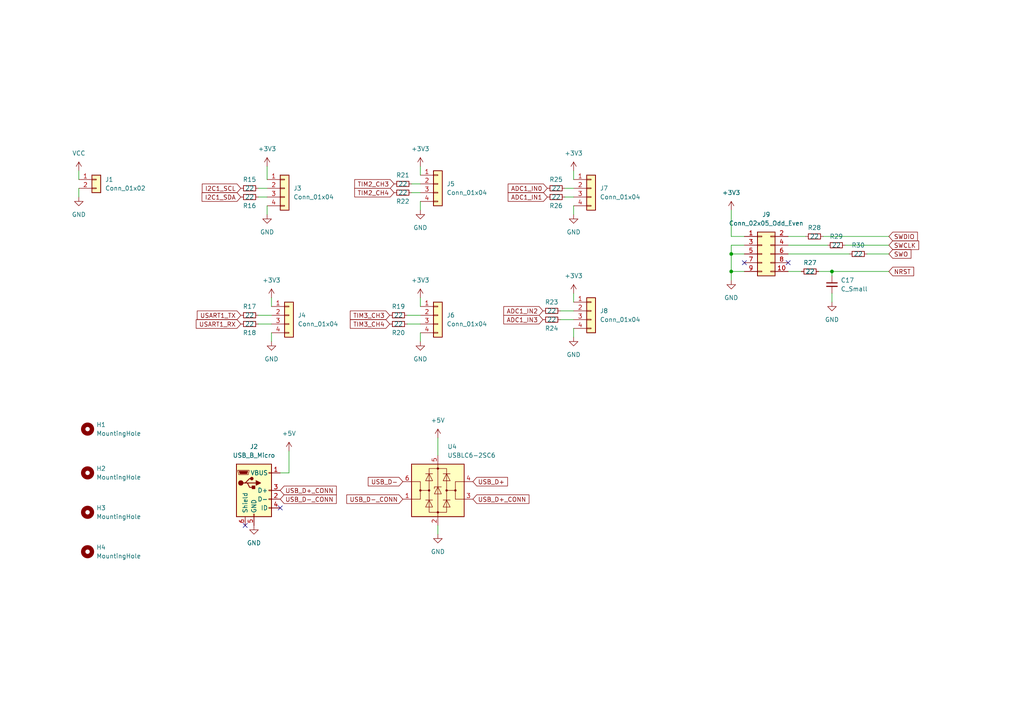
<source format=kicad_sch>
(kicad_sch (version 20211123) (generator eeschema)
  (paper "A4")
  (lib_symbols
    (symbol "Connector:USB_B_Micro" (pin_names (offset 1.016))
      (property "Reference" "J" (at -5.08 11.43 0))
      (property "Value" "USB_B_Micro" (at -5.08 8.89 0))
      (symbol "USB_B_Micro_0_1"
        (rectangle (start -5.08 -7.62) (end 5.08 7.62) (stroke (width 0.254)) (fill (type background)))
        (circle (center -3.81 2.159) (radius 0.635) (stroke (width 0.254)) (fill (type outline)))
        (circle (center -0.635 3.429) (radius 0.381) (stroke (width 0.254)) (fill (type outline)))
        (rectangle (start -0.127 -7.62) (end 0.127 -6.858))
        (polyline (pts (xy -1.905 2.159) (xy 0.635 2.159)) (stroke (width 0.254)))
        (polyline (pts (xy -3.175 2.159) (xy -2.54 2.159) (xy -1.27 3.429) (xy -0.635 3.429)) (stroke (width 0.254)))
        (polyline (pts (xy -2.54 2.159) (xy -1.905 2.159) (xy -1.27 0.889) (xy 0 0.889)) (stroke (width 0.254)))
        (polyline (pts (xy 0.635 2.794) (xy 0.635 1.524) (xy 1.905 2.159) (xy 0.635 2.794)) (stroke (width 0.254)) (fill (type outline)))
        (polyline (pts (xy -4.318 5.588) (xy -1.778 5.588) (xy -2.032 4.826) (xy -4.064 4.826) (xy -4.318 5.588)) (fill (type outline)))
        (polyline (pts (xy -4.699 5.842) (xy -4.699 5.588) (xy -4.445 4.826) (xy -4.445 4.572) (xy -1.651 4.572) (xy -1.651 4.826) (xy -1.397 5.588) (xy -1.397 5.842) (xy -4.699 5.842)))
        (rectangle (start 0.254 1.27) (end -0.508 0.508) (stroke (width 0.254)) (fill (type outline)))
        (rectangle (start 5.08 -5.207) (end 4.318 -4.953))
        (rectangle (start 5.08 -2.667) (end 4.318 -2.413))
        (rectangle (start 5.08 -0.127) (end 4.318 0.127))
        (rectangle (start 5.08 4.953) (end 4.318 5.207))
      )
      (symbol "USB_B_Micro_1_1"
        (pin power_out line (at 7.62 5.08 180) (length 2.54) (name "VBUS") (number "1"))
        (pin bidirectional line (at 7.62 -2.54 180) (length 2.54) (name "D-") (number "2"))
        (pin bidirectional line (at 7.62 0 180) (length 2.54) (name "D+") (number "3"))
        (pin passive line (at 7.62 -5.08 180) (length 2.54) (name "ID") (number "4"))
        (pin power_out line (at 0 -10.16 90) (length 2.54) (name "GND") (number "5"))
        (pin passive line (at -2.54 -10.16 90) (length 2.54) (name "Shield") (number "6"))
      )
    )
    (symbol "Connector_Generic:Conn_01x02" (pin_names (offset 1.016) hide)
      (property "Reference" "J" (at 0 2.54 0))
      (property "Value" "Conn_01x02" (at 0 -5.08 0))
      (symbol "Conn_01x02_1_1"
        (rectangle (start -1.27 -2.413) (end 0 -2.667) (stroke (width 0.1524)))
        (rectangle (start -1.27 0.127) (end 0 -0.127) (stroke (width 0.1524)))
        (rectangle (start -1.27 1.27) (end 1.27 -3.81) (stroke (width 0.254)) (fill (type background)))
        (pin passive line (at -5.08 0 0) (length 3.81) (name "Pin_1") (number "1"))
        (pin passive line (at -5.08 -2.54 0) (length 3.81) (name "Pin_2") (number "2"))
      )
    )
    (symbol "Connector_Generic:Conn_01x04" (pin_names (offset 1.016) hide)
      (property "Reference" "J" (at 0 5.08 0))
      (property "Value" "Conn_01x04" (at 0 -7.62 0))
      (symbol "Conn_01x04_1_1"
        (rectangle (start -1.27 -4.953) (end 0 -5.207) (stroke (width 0.1524)))
        (rectangle (start -1.27 -2.413) (end 0 -2.667) (stroke (width 0.1524)))
        (rectangle (start -1.27 0.127) (end 0 -0.127) (stroke (width 0.1524)))
        (rectangle (start -1.27 2.667) (end 0 2.413) (stroke (width 0.1524)))
        (rectangle (start -1.27 3.81) (end 1.27 -6.35) (stroke (width 0.254)) (fill (type background)))
        (pin passive line (at -5.08 2.54 0) (length 3.81) (name "Pin_1") (number "1"))
        (pin passive line (at -5.08 0 0) (length 3.81) (name "Pin_2") (number "2"))
        (pin passive line (at -5.08 -2.54 0) (length 3.81) (name "Pin_3") (number "3"))
        (pin passive line (at -5.08 -5.08 0) (length 3.81) (name "Pin_4") (number "4"))
      )
    )
    (symbol "Connector_Generic:Conn_02x05_Odd_Even" (pin_names (offset 1.016) hide)
      (property "Reference" "J" (at 1.27 7.62 0))
      (property "Value" "Conn_02x05_Odd_Even" (at 1.27 -7.62 0))
      (symbol "Conn_02x05_Odd_Even_1_1"
        (rectangle (start -1.27 -4.953) (end 0 -5.207) (stroke (width 0.1524)))
        (rectangle (start -1.27 -2.413) (end 0 -2.667) (stroke (width 0.1524)))
        (rectangle (start -1.27 0.127) (end 0 -0.127) (stroke (width 0.1524)))
        (rectangle (start -1.27 2.667) (end 0 2.413) (stroke (width 0.1524)))
        (rectangle (start -1.27 5.207) (end 0 4.953) (stroke (width 0.1524)))
        (rectangle (start -1.27 6.35) (end 3.81 -6.35) (stroke (width 0.254)) (fill (type background)))
        (rectangle (start 3.81 -4.953) (end 2.54 -5.207) (stroke (width 0.1524)))
        (rectangle (start 3.81 -2.413) (end 2.54 -2.667) (stroke (width 0.1524)))
        (rectangle (start 3.81 0.127) (end 2.54 -0.127) (stroke (width 0.1524)))
        (rectangle (start 3.81 2.667) (end 2.54 2.413) (stroke (width 0.1524)))
        (rectangle (start 3.81 5.207) (end 2.54 4.953) (stroke (width 0.1524)))
        (pin passive line (at -5.08 5.08 0) (length 3.81) (name "Pin_1") (number "1"))
        (pin passive line (at 7.62 -5.08 180) (length 3.81) (name "Pin_10") (number "10"))
        (pin passive line (at 7.62 5.08 180) (length 3.81) (name "Pin_2") (number "2"))
        (pin passive line (at -5.08 2.54 0) (length 3.81) (name "Pin_3") (number "3"))
        (pin passive line (at 7.62 2.54 180) (length 3.81) (name "Pin_4") (number "4"))
        (pin passive line (at -5.08 0 0) (length 3.81) (name "Pin_5") (number "5"))
        (pin passive line (at 7.62 0 180) (length 3.81) (name "Pin_6") (number "6"))
        (pin passive line (at -5.08 -2.54 0) (length 3.81) (name "Pin_7") (number "7"))
        (pin passive line (at 7.62 -2.54 180) (length 3.81) (name "Pin_8") (number "8"))
        (pin passive line (at -5.08 -5.08 0) (length 3.81) (name "Pin_9") (number "9"))
      )
    )
    (symbol "Device:C_Small" (pin_numbers hide) (pin_names (offset 0.254) hide)
      (property "Reference" "C" (at 0.254 1.778 0))
      (property "Value" "C_Small" (at 0.254 -2.032 0))
      (symbol "C_Small_0_1"
        (polyline (pts (xy -1.524 -0.508) (xy 1.524 -0.508)) (stroke (width 0.3302)))
        (polyline (pts (xy -1.524 0.508) (xy 1.524 0.508)) (stroke (width 0.3048)))
      )
      (symbol "C_Small_1_1"
        (pin passive line (at 0 2.54 270) (length 2.032) (name "~") (number "1"))
        (pin passive line (at 0 -2.54 90) (length 2.032) (name "~") (number "2"))
      )
    )
    (symbol "Device:R_Small" (pin_numbers hide) (pin_names (offset 0.254) hide)
      (property "Reference" "R" (at 0.762 0.508 0))
      (property "Value" "R_Small" (at 0.762 -1.016 0))
      (symbol "R_Small_0_1"
        (rectangle (start -0.762 1.778) (end 0.762 -1.778) (stroke (width 0.2032)))
      )
      (symbol "R_Small_1_1"
        (pin passive line (at 0 2.54 270) (length 0.762) (name "~") (number "1"))
        (pin passive line (at 0 -2.54 90) (length 0.762) (name "~") (number "2"))
      )
    )
    (symbol "Mechanical:MountingHole" (pin_names (offset 1.016))
      (property "Reference" "H" (at 0 5.08 0))
      (property "Value" "MountingHole" (at 0 3.175 0))
      (symbol "MountingHole_0_1"
        (circle (center 0 0) (radius 1.27) (stroke (width 1.27)))
      )
    )
    (symbol "Power_Protection:USBLC6-2SC6" (pin_names hide)
      (property "Reference" "U" (at 2.54 8.89 0))
      (property "Value" "USBLC6-2SC6" (at 2.54 -8.89 0))
      (symbol "USBLC6-2SC6_0_1"
        (rectangle (start -7.62 -7.62) (end 7.62 7.62) (stroke (width 0.254)) (fill (type background)))
        (circle (center -5.08 0) (radius 0.254) (fill (type outline)))
        (circle (center -2.54 0) (radius 0.254) (fill (type outline)))
        (rectangle (start -2.54 6.35) (end 2.54 -6.35))
        (circle (center 0 -6.35) (radius 0.254) (fill (type outline)))
        (polyline (pts (xy -5.08 -2.54) (xy -7.62 -2.54)))
        (polyline (pts (xy -5.08 0) (xy -5.08 -2.54)))
        (polyline (pts (xy -5.08 2.54) (xy -7.62 2.54)))
        (polyline (pts (xy -1.524 -2.794) (xy -3.556 -2.794)))
        (polyline (pts (xy -1.524 4.826) (xy -3.556 4.826)))
        (polyline (pts (xy 0 -7.62) (xy 0 -6.35)))
        (polyline (pts (xy 0 -6.35) (xy 0 1.27)))
        (polyline (pts (xy 0 1.27) (xy 0 6.35)))
        (polyline (pts (xy 0 6.35) (xy 0 7.62)))
        (polyline (pts (xy 1.524 -2.794) (xy 3.556 -2.794)))
        (polyline (pts (xy 1.524 4.826) (xy 3.556 4.826)))
        (polyline (pts (xy 5.08 -2.54) (xy 7.62 -2.54)))
        (polyline (pts (xy 5.08 0) (xy 5.08 -2.54)))
        (polyline (pts (xy 5.08 2.54) (xy 7.62 2.54)))
        (polyline (pts (xy -2.54 0) (xy -5.08 0) (xy -5.08 2.54)))
        (polyline (pts (xy 2.54 0) (xy 5.08 0) (xy 5.08 2.54)))
        (polyline (pts (xy -3.556 -4.826) (xy -1.524 -4.826) (xy -2.54 -2.794) (xy -3.556 -4.826)))
        (polyline (pts (xy -3.556 2.794) (xy -1.524 2.794) (xy -2.54 4.826) (xy -3.556 2.794)))
        (polyline (pts (xy -1.016 -1.016) (xy 1.016 -1.016) (xy 0 1.016) (xy -1.016 -1.016)))
        (polyline (pts (xy 1.016 1.016) (xy 0.762 1.016) (xy -1.016 1.016) (xy -1.016 0.508)))
        (polyline (pts (xy 3.556 -4.826) (xy 1.524 -4.826) (xy 2.54 -2.794) (xy 3.556 -4.826)))
        (polyline (pts (xy 3.556 2.794) (xy 1.524 2.794) (xy 2.54 4.826) (xy 3.556 2.794)))
        (circle (center 0 6.35) (radius 0.254) (fill (type outline)))
        (circle (center 2.54 0) (radius 0.254) (fill (type outline)))
        (circle (center 5.08 0) (radius 0.254) (fill (type outline)))
      )
      (symbol "USBLC6-2SC6_1_1"
        (pin passive line (at -10.16 -2.54 0) (length 2.54) (name "I/O1") (number "1"))
        (pin passive line (at 0 -10.16 90) (length 2.54) (name "GND") (number "2"))
        (pin passive line (at 10.16 -2.54 180) (length 2.54) (name "I/O2") (number "3"))
        (pin passive line (at 10.16 2.54 180) (length 2.54) (name "I/O2") (number "4"))
        (pin passive line (at 0 10.16 270) (length 2.54) (name "VBUS") (number "5"))
        (pin passive line (at -10.16 2.54 0) (length 2.54) (name "I/O1") (number "6"))
      )
    )
    (symbol "power:+3V3" (power) (pin_names (offset 0))
      (property "Value" "+3V3" (at 0 3.556 0))
      (symbol "+3V3_0_1"
        (polyline (pts (xy -0.762 1.27) (xy 0 2.54)))
        (polyline (pts (xy 0 0) (xy 0 2.54)))
        (polyline (pts (xy 0 2.54) (xy 0.762 1.27)))
      )
      (symbol "+3V3_1_1"
        (pin power_in line (at 0 0 90) (length 0) hide (name "+3V3") (number "1"))
      )
    )
    (symbol "power:+5V" (power) (pin_names (offset 0))
      (property "Value" "+5V" (at 0 3.556 0))
      (symbol "+5V_0_1"
        (polyline (pts (xy -0.762 1.27) (xy 0 2.54)))
        (polyline (pts (xy 0 0) (xy 0 2.54)))
        (polyline (pts (xy 0 2.54) (xy 0.762 1.27)))
      )
      (symbol "+5V_1_1"
        (pin power_in line (at 0 0 90) (length 0) hide (name "+5V") (number "1"))
      )
    )
    (symbol "power:GND" (power) (pin_names (offset 0))
      (property "Value" "GND" (at 0 -3.81 0))
      (symbol "GND_0_1"
        (polyline (pts (xy 0 0) (xy 0 -1.27) (xy 1.27 -1.27) (xy 0 -2.54) (xy -1.27 -1.27) (xy 0 -1.27)))
      )
      (symbol "GND_1_1"
        (pin power_in line (at 0 0 270) (length 0) hide (name "GND") (number "1"))
      )
    )
    (symbol "power:VCC" (power) (pin_names (offset 0))
      (property "Value" "VCC" (at 0 3.81 0))
      (symbol "VCC_0_1"
        (polyline (pts (xy -0.762 1.27) (xy 0 2.54)))
        (polyline (pts (xy 0 0) (xy 0 2.54)))
        (polyline (pts (xy 0 2.54) (xy 0.762 1.27)))
      )
      (symbol "VCC_1_1"
        (pin power_in line (at 0 0 90) (length 0) hide (name "VCC") (number "1"))
      )
    )
  )
  (junction (at 241.3 78.74))
  (junction (at 212.09 78.74))
  (junction (at 212.09 73.66))
  (no_connect (at 71.12 152.4))
  (no_connect (at 228.6 76.2))
  (no_connect (at 215.9 76.2))
  (no_connect (at 81.28 147.32))
  (wire (pts (xy 162.56 90.17) (xy 166.37 90.17)))
  (wire (pts (xy 212.09 81.28) (xy 212.09 78.74)))
  (wire (pts (xy 241.3 78.74) (xy 257.81 78.74)))
  (wire (pts (xy 163.83 57.15) (xy 166.37 57.15)))
  (wire (pts (xy 241.3 87.63) (xy 241.3 85.09)))
  (wire (pts (xy 212.09 73.66) (xy 212.09 78.74)))
  (wire (pts (xy 212.09 73.66) (xy 215.9 73.66)))
  (wire (pts (xy 121.92 86.36) (xy 121.92 88.9)))
  (wire (pts (xy 166.37 85.09) (xy 166.37 87.63)))
  (wire (pts (xy 74.93 57.15) (xy 77.47 57.15)))
  (wire (pts (xy 251.46 73.66) (xy 257.81 73.66)))
  (wire (pts (xy 162.56 92.71) (xy 166.37 92.71)))
  (wire (pts (xy 121.92 48.26) (xy 121.92 50.8)))
  (wire (pts (xy 228.6 71.12) (xy 240.03 71.12)))
  (wire (pts (xy 81.28 137.16) (xy 83.82 137.16)))
  (wire (pts (xy 215.9 71.12) (xy 212.09 71.12)))
  (wire (pts (xy 166.37 97.79) (xy 166.37 95.25)))
  (wire (pts (xy 118.11 91.44) (xy 121.92 91.44)))
  (wire (pts (xy 119.38 53.34) (xy 121.92 53.34)))
  (wire (pts (xy 166.37 49.53) (xy 166.37 52.07)))
  (wire (pts (xy 228.6 78.74) (xy 232.41 78.74)))
  (wire (pts (xy 212.09 78.74) (xy 215.9 78.74)))
  (wire (pts (xy 119.38 55.88) (xy 121.92 55.88)))
  (wire (pts (xy 238.76 68.58) (xy 257.81 68.58)))
  (wire (pts (xy 127 127) (xy 127 132.08)))
  (wire (pts (xy 22.86 57.15) (xy 22.86 54.61)))
  (wire (pts (xy 83.82 137.16) (xy 83.82 130.81)))
  (wire (pts (xy 212.09 68.58) (xy 215.9 68.58)))
  (wire (pts (xy 121.92 99.06) (xy 121.92 96.52)))
  (wire (pts (xy 212.09 71.12) (xy 212.09 73.66)))
  (wire (pts (xy 121.92 60.96) (xy 121.92 58.42)))
  (wire (pts (xy 77.47 62.23) (xy 77.47 59.69)))
  (wire (pts (xy 212.09 60.96) (xy 212.09 68.58)))
  (wire (pts (xy 118.11 93.98) (xy 121.92 93.98)))
  (wire (pts (xy 74.93 54.61) (xy 77.47 54.61)))
  (wire (pts (xy 245.11 71.12) (xy 257.81 71.12)))
  (wire (pts (xy 78.74 99.06) (xy 78.74 96.52)))
  (wire (pts (xy 22.86 49.53) (xy 22.86 52.07)))
  (wire (pts (xy 241.3 80.01) (xy 241.3 78.74)))
  (wire (pts (xy 77.47 48.26) (xy 77.47 52.07)))
  (wire (pts (xy 228.6 73.66) (xy 246.38 73.66)))
  (wire (pts (xy 74.93 93.98) (xy 78.74 93.98)))
  (wire (pts (xy 74.93 91.44) (xy 78.74 91.44)))
  (wire (pts (xy 78.74 86.36) (xy 78.74 88.9)))
  (wire (pts (xy 228.6 68.58) (xy 233.68 68.58)))
  (wire (pts (xy 163.83 54.61) (xy 166.37 54.61)))
  (wire (pts (xy 241.3 78.74) (xy 237.49 78.74)))
  (wire (pts (xy 166.37 62.23) (xy 166.37 59.69)))
  (wire (pts (xy 127 154.94) (xy 127 152.4)))
  (global_label "I2C1_SCL" (shape input) (at 69.85 54.61 180) (property "Intersheet References" "${INTERSHEET_REFS}" (effects hide)))
  (global_label "I2C1_SDA" (shape input) (at 69.85 57.15 180) (property "Intersheet References" "${INTERSHEET_REFS}" (effects hide)))
  (global_label "USB_D-" (shape input) (at 116.84 139.7 180) (property "Intersheet References" "${INTERSHEET_REFS}" (effects hide)))
  (global_label "ADC1_IN3" (shape input) (at 157.48 92.71 180) (property "Intersheet References" "${INTERSHEET_REFS}" (effects hide)))
  (global_label "USB_D+_CONN" (shape input) (at 81.28 142.24 0) (property "Intersheet References" "${INTERSHEET_REFS}" (effects hide)))
  (global_label "ADC1_IN2" (shape input) (at 157.48 90.17 180) (property "Intersheet References" "${INTERSHEET_REFS}" (effects hide)))
  (global_label "USART1_RX" (shape input) (at 69.85 93.98 180) (property "Intersheet References" "${INTERSHEET_REFS}" (effects hide)))
  (global_label "TIM3_CH3" (shape input) (at 113.03 91.44 180) (property "Intersheet References" "${INTERSHEET_REFS}" (effects hide)))
  (global_label "NRST" (shape input) (at 257.81 78.74 0) (property "Intersheet References" "${INTERSHEET_REFS}" (effects hide)))
  (global_label "USB_D+" (shape input) (at 137.16 139.7 0) (property "Intersheet References" "${INTERSHEET_REFS}" (effects hide)))
  (global_label "ADC1_IN0" (shape input) (at 158.75 54.61 180) (property "Intersheet References" "${INTERSHEET_REFS}" (effects hide)))
  (global_label "USART1_TX" (shape input) (at 69.85 91.44 180) (property "Intersheet References" "${INTERSHEET_REFS}" (effects hide)))
  (global_label "SWDIO" (shape input) (at 257.81 68.58 0) (property "Intersheet References" "${INTERSHEET_REFS}" (effects hide)))
  (global_label "USB_D-_CONN" (shape input) (at 81.28 144.78 0) (property "Intersheet References" "${INTERSHEET_REFS}" (effects hide)))
  (global_label "USB_D+_CONN" (shape input) (at 137.16 144.78 0) (property "Intersheet References" "${INTERSHEET_REFS}" (effects hide)))
  (global_label "TIM3_CH4" (shape input) (at 113.03 93.98 180) (property "Intersheet References" "${INTERSHEET_REFS}" (effects hide)))
  (global_label "ADC1_IN1" (shape input) (at 158.75 57.15 180) (property "Intersheet References" "${INTERSHEET_REFS}" (effects hide)))
  (global_label "TIM2_CH3" (shape input) (at 114.3 53.34 180) (property "Intersheet References" "${INTERSHEET_REFS}" (effects hide)))
  (global_label "TIM2_CH4" (shape input) (at 114.3 55.88 180) (property "Intersheet References" "${INTERSHEET_REFS}" (effects hide)))
  (global_label "SWO" (shape input) (at 257.81 73.66 0) (property "Intersheet References" "${INTERSHEET_REFS}" (effects hide)))
  (global_label "USB_D-_CONN" (shape input) (at 116.84 144.78 180) (property "Intersheet References" "${INTERSHEET_REFS}" (effects hide)))
  (global_label "SWCLK" (shape input) (at 257.81 71.12 0) (property "Intersheet References" "${INTERSHEET_REFS}" (effects hide)))
  (symbol (lib_id "Connector_Generic:Conn_01x04") (at 82.55 54.61 0) (unit 1)
    (property "Reference" "J3" (at 85.09 54.6099 0) (effects (justify left)))
    (property "Value" "Conn_01x04" (at 85.09 57.1499 0) (effects (justify left)))
  )
  (symbol (lib_id "Connector_Generic:Conn_01x04") (at 171.45 54.61 0) (unit 1)
    (property "Reference" "J7" (at 173.99 54.6099 0) (effects (justify left)))
    (property "Value" "Conn_01x04" (at 173.99 57.1499 0) (effects (justify left)))
  )
  (symbol (lib_id "Device:R_Small") (at 115.57 93.98 90) (unit 1)
    (property "Reference" "R20" (at 115.57 96.52 90))
    (property "Value" "22" (at 115.57 93.98 90))
  )
  (symbol (lib_id "power:+3V3") (at 121.92 48.26 0) (unit 1)
    (property "Reference" "#PWR038" (effects hide))
    (property "Value" "+3V3" (at 121.92 43.18 0))
  )
  (symbol (lib_id "Device:R_Small") (at 72.39 93.98 90) (unit 1)
    (property "Reference" "R18" (at 72.39 96.52 90))
    (property "Value" "22" (at 72.39 93.98 90))
  )
  (symbol (lib_id "Device:R_Small") (at 116.84 55.88 90) (unit 1)
    (property "Reference" "R22" (at 116.84 58.42 90))
    (property "Value" "22" (at 116.84 55.88 90))
  )
  (symbol (lib_id "Mechanical:MountingHole") (at 25.4 137.16 0) (unit 1)
    (property "Reference" "H2" (at 27.94 135.8899 0) (effects (justify left)))
    (property "Value" "MountingHole" (at 27.94 138.4299 0) (effects (justify left)))
  )
  (symbol (lib_id "Device:R_Small") (at 236.22 68.58 90) (unit 1)
    (property "Reference" "R28" (at 236.22 66.04 90))
    (property "Value" "22" (at 236.22 68.58 90))
  )
  (symbol (lib_id "Device:R_Small") (at 248.92 73.66 90) (unit 1)
    (property "Reference" "R30" (at 248.92 71.12 90))
    (property "Value" "22" (at 248.92 73.66 90))
  )
  (symbol (lib_id "Device:R_Small") (at 72.39 91.44 90) (unit 1)
    (property "Reference" "R17" (at 72.39 88.9 90))
    (property "Value" "22" (at 72.39 91.44 90))
  )
  (symbol (lib_id "power:GND") (at 166.37 97.79 0) (unit 1)
    (property "Reference" "#PWR047" (effects hide))
    (property "Value" "GND" (at 166.37 102.87 0))
  )
  (symbol (lib_id "Device:R_Small") (at 234.95 78.74 90) (unit 1)
    (property "Reference" "R27" (at 234.95 76.2 90))
    (property "Value" "22" (at 234.95 78.74 90))
  )
  (symbol (lib_id "power:GND") (at 121.92 99.06 0) (unit 1)
    (property "Reference" "#PWR041" (effects hide))
    (property "Value" "GND" (at 121.92 104.14 0))
  )
  (symbol (lib_id "power:GND") (at 127 154.94 0) (unit 1)
    (property "Reference" "#PWR043" (effects hide))
    (property "Value" "GND" (at 127 160.02 0))
  )
  (symbol (lib_id "power:+3V3") (at 212.09 60.96 0) (unit 1)
    (property "Reference" "#PWR048" (effects hide))
    (property "Value" "+3V3" (at 212.09 55.88 0))
  )
  (symbol (lib_id "power:+3V3") (at 166.37 49.53 0) (unit 1)
    (property "Reference" "#PWR044" (effects hide))
    (property "Value" "+3V3" (at 166.37 44.45 0))
  )
  (symbol (lib_id "power:+3V3") (at 78.74 86.36 0) (unit 1)
    (property "Reference" "#PWR035" (effects hide))
    (property "Value" "+3V3" (at 78.74 81.28 0))
  )
  (symbol (lib_id "power:VCC") (at 22.86 49.53 0) (unit 1)
    (property "Reference" "#PWR030" (effects hide))
    (property "Value" "VCC" (at 22.86 44.45 0))
  )
  (symbol (lib_id "Mechanical:MountingHole") (at 25.4 124.46 0) (unit 1)
    (property "Reference" "H1" (at 27.94 123.1899 0) (effects (justify left)))
    (property "Value" "MountingHole" (at 27.94 125.7299 0) (effects (justify left)))
  )
  (symbol (lib_id "power:GND") (at 166.37 62.23 0) (unit 1)
    (property "Reference" "#PWR045" (effects hide))
    (property "Value" "GND" (at 166.37 67.31 0))
  )
  (symbol (lib_id "Connector_Generic:Conn_01x04") (at 171.45 90.17 0) (unit 1)
    (property "Reference" "J8" (at 173.99 90.1699 0) (effects (justify left)))
    (property "Value" "Conn_01x04" (at 173.99 92.7099 0) (effects (justify left)))
  )
  (symbol (lib_id "Device:R_Small") (at 72.39 54.61 90) (unit 1)
    (property "Reference" "R15" (at 72.39 52.07 90))
    (property "Value" "22" (at 72.39 54.61 90))
  )
  (symbol (lib_id "power:+5V") (at 83.82 130.81 0) (unit 1)
    (property "Reference" "#PWR037" (effects hide))
    (property "Value" "+5V" (at 83.82 125.73 0))
  )
  (symbol (lib_id "power:GND") (at 73.66 152.4 0) (unit 1)
    (property "Reference" "#PWR032" (effects hide))
    (property "Value" "GND" (at 73.66 157.48 0))
  )
  (symbol (lib_id "Device:R_Small") (at 160.02 90.17 90) (unit 1)
    (property "Reference" "R23" (at 160.02 87.63 90))
    (property "Value" "22" (at 160.02 90.17 90))
  )
  (symbol (lib_id "Connector:USB_B_Micro") (at 73.66 142.24 0) (unit 1)
    (property "Reference" "J2" (at 73.66 129.54 0))
    (property "Value" "USB_B_Micro" (at 73.66 132.08 0))
  )
  (symbol (lib_id "Mechanical:MountingHole") (at 25.4 148.59 0) (unit 1)
    (property "Reference" "H3" (at 27.94 147.3199 0) (effects (justify left)))
    (property "Value" "MountingHole" (at 27.94 149.8599 0) (effects (justify left)))
  )
  (symbol (lib_id "power:GND") (at 241.3 87.63 0) (unit 1)
    (property "Reference" "#PWR050" (effects hide))
    (property "Value" "GND" (at 241.3 92.71 0))
  )
  (symbol (lib_id "Connector_Generic:Conn_01x02") (at 27.94 52.07 0) (unit 1)
    (property "Reference" "J1" (at 30.48 52.0699 0) (effects (justify left)))
    (property "Value" "Conn_01x02" (at 30.48 54.6099 0) (effects (justify left)))
  )
  (symbol (lib_id "Device:R_Small") (at 160.02 92.71 90) (unit 1)
    (property "Reference" "R24" (at 160.02 95.25 90))
    (property "Value" "22" (at 160.02 92.71 90))
  )
  (symbol (lib_id "Connector_Generic:Conn_02x05_Odd_Even") (at 220.98 73.66 0) (unit 1)
    (property "Reference" "J9" (at 222.25 62.23 0))
    (property "Value" "Conn_02x05_Odd_Even" (at 222.25 64.77 0))
  )
  (symbol (lib_id "Device:R_Small") (at 161.29 57.15 90) (unit 1)
    (property "Reference" "R26" (at 161.29 59.69 90))
    (property "Value" "22" (at 161.29 57.15 90))
  )
  (symbol (lib_id "power:GND") (at 121.92 60.96 0) (unit 1)
    (property "Reference" "#PWR039" (effects hide))
    (property "Value" "GND" (at 121.92 66.04 0))
  )
  (symbol (lib_id "Device:R_Small") (at 116.84 53.34 90) (unit 1)
    (property "Reference" "R21" (at 116.84 50.8 90))
    (property "Value" "22" (at 116.84 53.34 90))
  )
  (symbol (lib_id "Connector_Generic:Conn_01x04") (at 127 91.44 0) (unit 1)
    (property "Reference" "J6" (at 129.54 91.4399 0) (effects (justify left)))
    (property "Value" "Conn_01x04" (at 129.54 93.9799 0) (effects (justify left)))
  )
  (symbol (lib_id "Device:R_Small") (at 115.57 91.44 90) (unit 1)
    (property "Reference" "R19" (at 115.57 88.9 90))
    (property "Value" "22" (at 115.57 91.44 90))
  )
  (symbol (lib_id "power:GND") (at 78.74 99.06 0) (unit 1)
    (property "Reference" "#PWR036" (effects hide))
    (property "Value" "GND" (at 78.74 104.14 0))
  )
  (symbol (lib_id "power:+3V3") (at 166.37 85.09 0) (unit 1)
    (property "Reference" "#PWR046" (effects hide))
    (property "Value" "+3V3" (at 166.37 80.01 0))
  )
  (symbol (lib_id "Mechanical:MountingHole") (at 25.4 160.02 0) (unit 1)
    (property "Reference" "H4" (at 27.94 158.7499 0) (effects (justify left)))
    (property "Value" "MountingHole" (at 27.94 161.2899 0) (effects (justify left)))
  )
  (symbol (lib_id "Device:R_Small") (at 161.29 54.61 90) (unit 1)
    (property "Reference" "R25" (at 161.29 52.07 90))
    (property "Value" "22" (at 161.29 54.61 90))
  )
  (symbol (lib_id "power:+3V3") (at 121.92 86.36 0) (unit 1)
    (property "Reference" "#PWR040" (effects hide))
    (property "Value" "+3V3" (at 121.92 81.28 0))
  )
  (symbol (lib_id "power:GND") (at 22.86 57.15 0) (unit 1)
    (property "Reference" "#PWR031" (effects hide))
    (property "Value" "GND" (at 22.86 62.23 0))
  )
  (symbol (lib_id "power:GND") (at 77.47 62.23 0) (unit 1)
    (property "Reference" "#PWR034" (effects hide))
    (property "Value" "GND" (at 77.47 67.31 0))
  )
  (symbol (lib_id "power:GND") (at 212.09 81.28 0) (unit 1)
    (property "Reference" "#PWR049" (effects hide))
    (property "Value" "GND" (at 212.09 86.36 0))
  )
  (symbol (lib_id "Power_Protection:USBLC6-2SC6") (at 127 142.24 0) (unit 1)
    (property "Reference" "U4" (at 129.7687 129.54 0) (effects (justify left)))
    (property "Value" "USBLC6-2SC6" (at 129.7687 132.08 0) (effects (justify left)))
    (property "Footprint" "Package_TO_SOT_SMD:SOT-23-6" (effects hide))
    (property "Datasheet" "https://www.st.com/resource/en/datasheet/usblc6-2.pdf" (effects hide))
  )
  (symbol (lib_id "Device:R_Small") (at 242.57 71.12 90) (unit 1)
    (property "Reference" "R29" (at 242.57 68.58 90))
    (property "Value" "22" (at 242.57 71.12 90))
  )
  (symbol (lib_id "power:+5V") (at 127 127 0) (unit 1)
    (property "Reference" "#PWR042" (effects hide))
    (property "Value" "+5V" (at 127 121.92 0))
  )
  (symbol (lib_id "Device:C_Small") (at 241.3 82.55 0) (unit 1)
    (property "Reference" "C17" (at 243.84 81.2862 0) (effects (justify left)))
    (property "Value" "C_Small" (at 243.84 83.8262 0) (effects (justify left)))
  )
  (symbol (lib_id "power:+3V3") (at 77.47 48.26 0) (unit 1)
    (property "Reference" "#PWR033" (effects hide))
    (property "Value" "+3V3" (at 77.47 43.18 0))
  )
  (symbol (lib_id "Connector_Generic:Conn_01x04") (at 83.82 91.44 0) (unit 1)
    (property "Reference" "J4" (at 86.36 91.4399 0) (effects (justify left)))
    (property "Value" "Conn_01x04" (at 86.36 93.9799 0) (effects (justify left)))
  )
  (symbol (lib_id "Connector_Generic:Conn_01x04") (at 127 53.34 0) (unit 1)
    (property "Reference" "J5" (at 129.54 53.3399 0) (effects (justify left)))
    (property "Value" "Conn_01x04" (at 129.54 55.8799 0) (effects (justify left)))
  )
  (symbol (lib_id "Device:R_Small") (at 72.39 57.15 90) (unit 1)
    (property "Reference" "R16" (at 72.39 59.69 90))
    (property "Value" "22" (at 72.39 57.15 90))
  )
)
</source>
